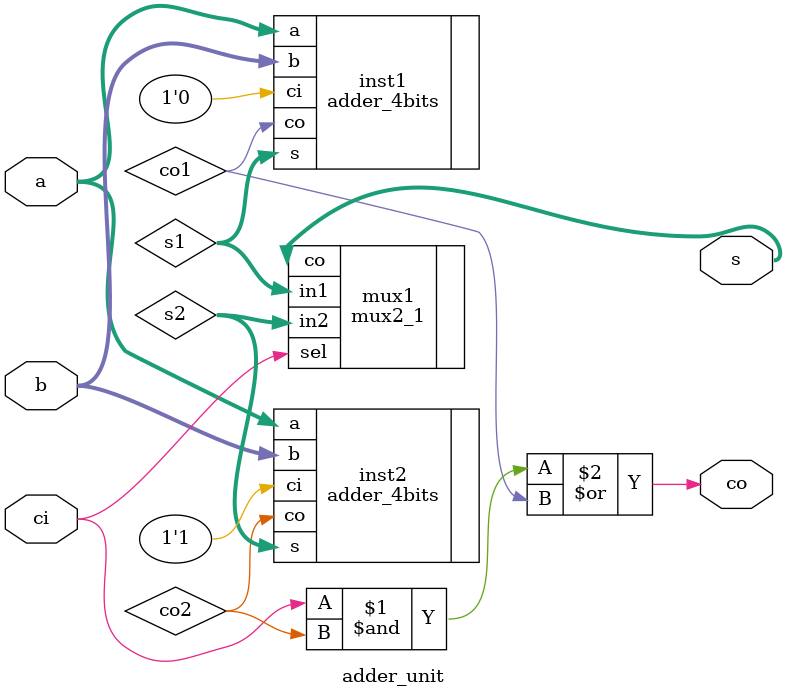
<source format=v>
module adder_unit (a, b, ci, co, s);
	input [3:0]a, b;
	input ci;
	output [3:0]s;
	output co;

	wire co1, co2;
	wire [3:0]s1, s2;

	adder_4bits inst1(.a(a), .b(b), .ci(1'b0), .co(co1), .s(s1));
	adder_4bits inst2(.a(a), .b(b), .ci(1'b1), .co(co2), .s(s2));

	mux2_1 mux1(.sel(ci), .in1(s1), .in2(s2), .co(s));

	assign co = ci&co2|co1;
endmodule

</source>
